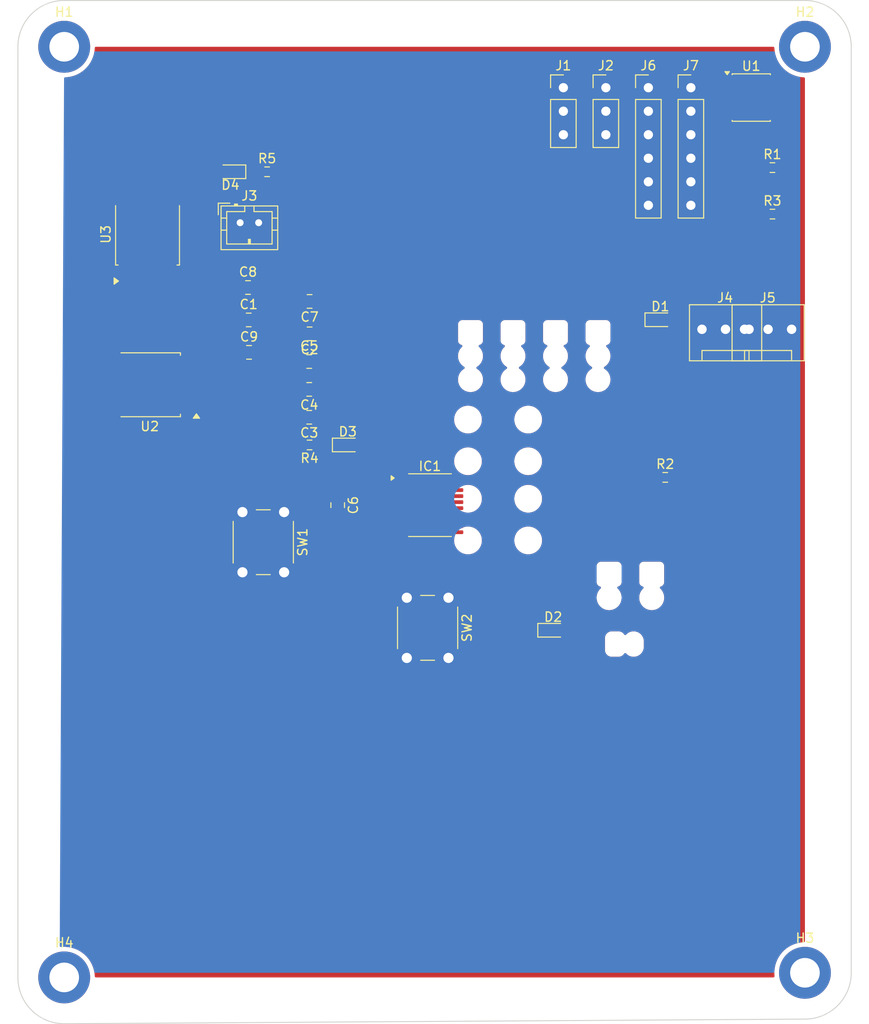
<source format=kicad_pcb>
(kicad_pcb (version 20241229) (generator "pcbnew") (generator_version "9.0")
  (layers (0 "F.Cu" signal) (2 "B.Cu" signal) (13 "F.Paste" user) (15 "B.Paste" user) (5 "F.SilkS" user "F.Silkscreen") (7 "B.SilkS" user "B.Silkscreen") (1 "F.Mask" user) (3 "B.Mask" user) (25 "Edge.Cuts" user))
  (net 0 "")
  (net 1 "ALIM_Trans")
  (net 2 "GND")
  (net 3 "VDD{slash}VDDA")
  (net 4 "NRST")
  (net 5 "Green_LED")
  (net 6 "Net-(D1-K)")
  (net 7 "LED_MOTEUR")
  (net 8 "Net-(D2-K)")
  (net 9 "Net-(D3-K)")
  (net 10 "Net-(D4-K)")
  (net 12 "TIM2_CH2")
  (net 13 "DEBUG_SWDIO")
  (net 16 "FDCAN1_RX")
  (net 19 "FDCAN1_TX")
  (net 20 "D_Botton")
  (net 21 "TIM2_CH1")
  (net 23 "DEBUG_SWCLK")
  (net 26 "CANH")
  (net 27 "CANL")
  (net 29 "Alim")
  (footprint "Resistor_SMD:R_0603_1608Metric_Pad0.98x0.95mm_HandSolder" (layer "F.Cu") (at 126.5 93 180)
    (property "Reference" "R4" (at 0 -1.43 0) (layer "F.SilkS"))
    (property "Value" "330")
    (fp_line (start -0.254724 0.5225) (end 0.254724 0.5225) (stroke (width 0.12)) (layer "F.SilkS"))
    (fp_line (start -0.254724 -0.5225) (end 0.254724 -0.5225) (stroke (width 0.12)) (layer "F.SilkS"))
    (pad "1" smd roundrect (at -0.9125 0 180) (size 0.975 0.95) (layers "F.Cu" "F.Mask" "F.Paste") (net 9 "Net-(D3-K)"))
    (pad "2" smd roundrect (at 0.9125 0 180) (size 0.975 0.95) (layers "F.Cu" "F.Mask" "F.Paste") (net 2 "GND"))
  )
  (footprint "MountingHole:MountingHole_3.2mm_M3_DIN965_Pad" (layer "F.Cu") (at 100 50)
    (property "Reference" "H1" (at 0 -3.75 0) (layer "F.SilkS"))
    (property "Value" "MountingHole_Pad")
    (pad "1" thru_hole circle (at 0 0) (size 5.6 5.6) (drill 3.2) (layers "*.Cu" "*.Mask") (net 2 "GND"))
  )
  (footprint "Resistor_SMD:R_0603_1608Metric_Pad0.98x0.95mm_HandSolder" (layer "F.Cu") (at 176.49 63.05)
    (property "Reference" "R1" (at 0 -1.43 0) (layer "F.SilkS"))
    (property "Value" "330")
    (fp_line (start -0.254724 -0.5225) (end 0.254724 -0.5225) (stroke (width 0.12)) (layer "F.SilkS"))
    (fp_line (start -0.254724 0.5225) (end 0.254724 0.5225) (stroke (width 0.12)) (layer "F.SilkS"))
    (pad "1" smd roundrect (at -0.9125 0) (size 0.975 0.95) (layers "F.Cu" "F.Mask" "F.Paste") (net 6 "Net-(D1-K)"))
    (pad "2" smd roundrect (at 0.9125 0) (size 0.975 0.95) (layers "F.Cu" "F.Mask" "F.Paste") (net 2 "GND"))
  )
  (footprint "Capacitor_SMD:C_0805_2012Metric_Pad1.18x1.45mm_HandSolder" (layer "F.Cu") (at 126.5 81 180)
    (property "Reference" "C2" (at 0 -1.68 0) (layer "F.SilkS"))
    (property "Value" "10µF")
    (fp_line (start -0.261252 0.735) (end 0.261252 0.735) (stroke (width 0.12)) (layer "F.SilkS"))
    (fp_line (start -0.261252 -0.735) (end 0.261252 -0.735) (stroke (width 0.12)) (layer "F.SilkS"))
    (pad "1" smd roundrect (at -1.0375 0 180) (size 1.175 1.45) (layers "F.Cu" "F.Mask" "F.Paste") (roundrect_rratio 0.212766) (net 3 "VDD{slash}VDDA"))
    (pad "2" smd roundrect (at 1.0375 0 180) (size 1.175 1.45) (layers "F.Cu" "F.Mask" "F.Paste") (roundrect_rratio 0.212766) (net 2 "GND"))
  )
  (footprint "Capacitor_SMD:C_0805_2012Metric_Pad1.18x1.45mm_HandSolder" (layer "F.Cu") (at 119.925 79.5)
    (property "Reference" "C1" (at 0 -1.68 0) (layer "F.SilkS"))
    (property "Value" "10µF")
    (fp_line (start -0.261252 -0.735) (end 0.261252 -0.735) (stroke (width 0.12)) (layer "F.SilkS"))
    (fp_line (start -0.261252 0.735) (end 0.261252 0.735) (stroke (width 0.12)) (layer "F.SilkS"))
    (pad "1" smd roundrect (at -1.0375 0) (size 1.175 1.45) (layers "F.Cu" "F.Mask" "F.Paste") (roundrect_rratio 0.212766) (net 29 "Alim"))
    (pad "2" smd roundrect (at 1.0375 0) (size 1.175 1.45) (layers "F.Cu" "F.Mask" "F.Paste") (roundrect_rratio 0.212766) (net 2 "GND"))
  )
  (footprint "Resistor_SMD:R_0603_1608Metric_Pad0.98x0.95mm_HandSolder" (layer "F.Cu") (at 164.9125 96.5)
    (property "Reference" "R2" (at 0 -1.43 0) (layer "F.SilkS"))
    (property "Value" "100")
    (fp_line (start -0.254724 -0.5225) (end 0.254724 -0.5225) (stroke (width 0.12)) (layer "F.SilkS"))
    (fp_line (start -0.254724 0.5225) (end 0.254724 0.5225) (stroke (width 0.12)) (layer "F.SilkS"))
    (pad "1" smd roundrect (at -0.9125 0) (size 0.975 0.95) (layers "F.Cu" "F.Mask" "F.Paste") (net 8 "Net-(D2-K)"))
    (pad "2" smd roundrect (at 0.9125 0) (size 0.975 0.95) (layers "F.Cu" "F.Mask" "F.Paste") (net 2 "GND"))
  )
  (footprint "Connector:FanPinHeader_1x03_P2.54mm_Vertical" (layer "F.Cu") (at 173.48 80.51)
    (property "Reference" "J5" (at 2.5 -3.4 0) (layer "F.SilkS"))
    (property "Value" "Conn_Laser2")
    (fp_line (start -1.35 -2.65) (end 6.45 -2.65) (stroke (width 0.12)) (layer "F.SilkS"))
    (fp_line (start -1.35 3.4) (end -1.35 -2.65) (stroke (width 0.12)) (layer "F.SilkS"))
    (fp_line (start 0 2.29) (end 5.08 2.29) (stroke (width 0.12)) (layer "F.SilkS"))
    (fp_line (start 0 3.3) (end 0 2.29) (stroke (width 0.12)) (layer "F.SilkS"))
    (fp_line (start 5.08 2.29) (end 5.08 3.3) (stroke (width 0.12)) (layer "F.SilkS"))
    (fp_line (start 6.45 -2.65) (end 6.45 3.4) (stroke (width 0.12)) (layer "F.SilkS"))
    (fp_line (start 6.45 3.4) (end -1.35 3.4) (stroke (width 0.12)) (layer "F.SilkS"))
    (pad "1" thru_hole rect (at 0 0 90) (size 2.03 1.73) (drill 1.02) (layers "*.Cu" "*.Mask") (net 3 "VDD{slash}VDDA"))
    (pad "2" thru_hole oval (at 2.54 0 90) (size 2.03 1.73) (drill 1.02) (layers "*.Cu" "*.Mask") (net 12 "TIM2_CH2"))
    (pad "3" thru_hole oval (at 5.08 0 90) (size 2.03 1.73) (drill 1.02) (layers "*.Cu" "*.Mask") (net 2 "GND"))
  )
  (footprint "MountingHole:MountingHole_3.2mm_M3_DIN965_Pad" (layer "F.Cu") (at 180 150)
    (property "Reference" "H3" (at 0 -3.75 0) (layer "F.SilkS"))
    (property "Value" "MountingHole_Pad")
    (pad "1" thru_hole circle (at 0 0) (size 5.6 5.6) (drill 3.2) (layers "*.Cu" "*.Mask") (net 2 "GND"))
  )
  (footprint "Diode_SMD:D_0603_1608Metric_Pad1.05x0.95mm_HandSolder" (layer "F.Cu") (at 117.95 63.5 180)
    (property "Reference" "D4" (at 0 -1.43 0) (layer "F.SilkS"))
    (property "Value" "LED_Trans")
    (fp_line (start 0.8 -0.735) (end -1.66 -0.735) (stroke (width 0.12)) (layer "F.SilkS"))
    (fp_line (start -1.66 0.735) (end 0.8 0.735) (stroke (width 0.12)) (layer "F.SilkS"))
    (fp_line (start -1.66 -0.735) (end -1.66 0.735) (stroke (width 0.12)) (layer "F.SilkS"))
    (pad "1" smd roundrect (at -0.875 0 180) (size 1.05 0.95) (layers "F.Cu" "F.Mask" "F.Paste") (net 10 "Net-(D4-K)"))
    (pad "2" smd roundrect (at 0.875 0 180) (size 1.05 0.95) (layers "F.Cu" "F.Mask" "F.Paste") (net 1 "ALIM_Trans"))
  )
  (footprint "Resistor_SMD:R_0603_1608Metric_Pad0.98x0.95mm_HandSolder" (layer "F.Cu") (at 176.49 68.07)
    (property "Reference" "R3" (at 0 -1.43 0) (layer "F.SilkS"))
    (property "Value" "120")
    (fp_line (start -0.254724 -0.5225) (end 0.254724 -0.5225) (stroke (width 0.12)) (layer "F.SilkS"))
    (fp_line (start -0.254724 0.5225) (end 0.254724 0.5225) (stroke (width 0.12)) (layer "F.SilkS"))
    (pad "1" smd roundrect (at -0.9125 0) (size 0.975 0.95) (layers "F.Cu" "F.Mask" "F.Paste") (net 26 "CANH"))
    (pad "2" smd roundrect (at 0.9125 0) (size 0.975 0.95) (layers "F.Cu" "F.Mask" "F.Paste") (net 27 "CANL"))
  )
  (footprint "Capacitor_SMD:C_0805_2012Metric_Pad1.18x1.45mm_HandSolder" (layer "F.Cu") (at 126.4625 83.99)
    (property "Reference" "C5" (at 0 -1.68 0) (layer "F.SilkS"))
    (property "Value" "100nF")
    (fp_line (start -0.261252 -0.735) (end 0.261252 -0.735) (stroke (width 0.12)) (layer "F.SilkS"))
    (fp_line (start -0.261252 0.735) (end 0.261252 0.735) (stroke (width 0.12)) (layer "F.SilkS"))
    (pad "1" smd roundrect (at -1.0375 0) (size 1.175 1.45) (layers "F.Cu" "F.Mask" "F.Paste") (roundrect_rratio 0.212766) (net 2 "GND"))
    (pad "2" smd roundrect (at 1.0375 0) (size 1.175 1.45) (layers "F.Cu" "F.Mask" "F.Paste") (roundrect_rratio 0.212766) (net 3 "VDD{slash}VDDA"))
  )
  (footprint "Capacitor_SMD:C_0805_2012Metric_Pad1.18x1.45mm_HandSolder" (layer "F.Cu") (at 119.9625 83)
    (property "Reference" "C9" (at 0 -1.68 0) (layer "F.SilkS"))
    (property "Value" "10µF")
    (fp_line (start -0.261252 -0.735) (end 0.261252 -0.735) (stroke (width 0.12)) (layer "F.SilkS"))
    (fp_line (start -0.261252 0.735) (end 0.261252 0.735) (stroke (width 0.12)) (layer "F.SilkS"))
    (pad "1" smd roundrect (at -1.0375 0) (size 1.175 1.45) (layers "F.Cu" "F.Mask" "F.Paste") (roundrect_rratio 0.212766) (net 1 "ALIM_Trans"))
    (pad "2" smd roundrect (at 1.0375 0) (size 1.175 1.45) (layers "F.Cu" "F.Mask" "F.Paste") (roundrect_rratio 0.212766) (net 2 "GND"))
  )
  (footprint "Package_SO:SOIC-8_3.9x4.9mm_P1.27mm" (layer "F.Cu") (at 174.2 55.485)
    (property "Reference" "U1" (at 0 -3.4 0) (layer "F.SilkS"))
    (property "Value" "MCP2562-E-SN")
    (fp_line (start -2.06 -2.56) (end 2.06 -2.56) (stroke (width 0.12)) (layer "F.SilkS"))
    (fp_line (start -2.06 -2.465) (end -2.06 -2.56) (stroke (width 0.12)) (layer "F.SilkS"))
    (fp_line (start -2.06 2.56) (end -2.06 2.465) (stroke (width 0.12)) (layer "F.SilkS"))
    (fp_line (start 2.06 -2.56) (end 2.06 -2.465) (stroke (width 0.12)) (layer "F.SilkS"))
    (fp_line (start 2.06 2.465) (end 2.06 2.56) (stroke (width 0.12)) (layer "F.SilkS"))
    (fp_line (start 2.06 2.56) (end -2.06 2.56) (stroke (width 0.12)) (layer "F.SilkS"))
    (fp_poly (pts (xy -2.6 -2.47) (xy -2.84 -2.8) (xy -2.36 -2.8)) (stroke (width 0.12)) (fill yes) (layer "F.SilkS"))
    (pad "1" smd roundrect (at -2.475 -1.905) (size 1.95 0.6) (layers "F.Cu" "F.Mask" "F.Paste") (net 19 "FDCAN1_TX"))
    (pad "2" smd roundrect (at -2.475 -0.635) (size 1.95 0.6) (layers "F.Cu" "F.Mask" "F.Paste") (net 2 "GND"))
    (pad "3" smd roundrect (at -2.475 0.635) (size 1.95 0.6) (layers "F.Cu" "F.Mask" "F.Paste") (net 1 "ALIM_Trans"))
    (pad "4" smd roundrect (at -2.475 1.905) (size 1.95 0.6) (layers "F.Cu" "F.Mask" "F.Paste") (net 16 "FDCAN1_RX"))
    (pad "5" smd roundrect (at 2.475 1.905) (size 1.95 0.6) (layers "F.Cu" "F.Mask" "F.Paste") (net 3 "VDD{slash}VDDA"))
    (pad "6" smd roundrect (at 2.475 0.635) (size 1.95 0.6) (layers "F.Cu" "F.Mask" "F.Paste") (net 27 "CANL"))
    (pad "7" smd roundrect (at 2.475 -0.635) (size 1.95 0.6) (layers "F.Cu" "F.Mask" "F.Paste") (net 26 "CANH"))
    (pad "8" smd roundrect (at 2.475 -1.905) (size 1.95 0.6) (layers "F.Cu" "F.Mask" "F.Paste") (net 2 "GND"))
  )
  (footprint "Diode_SMD:D_0603_1608Metric_Pad1.05x0.95mm_HandSolder" (layer "F.Cu") (at 164.385 79.48)
    (property "Reference" "D1" (at 0 -1.43 0) (layer "F.SilkS"))
    (property "Value" "Green_LED")
    (fp_line (start -1.66 -0.735) (end -1.66 0.735) (stroke (width 0.12)) (layer "F.SilkS"))
    (fp_line (start -1.66 0.735) (end 0.8 0.735) (stroke (width 0.12)) (layer "F.SilkS"))
    (fp_line (start 0.8 -0.735) (end -1.66 -0.735) (stroke (width 0.12)) (layer "F.SilkS"))
    (pad "1" smd roundrect (at -0.875 0) (size 1.05 0.95) (layers "F.Cu" "F.Mask" "F.Paste") (net 6 "Net-(D1-K)"))
    (pad "2" smd roundrect (at 0.875 0) (size 1.05 0.95) (layers "F.Cu" "F.Mask" "F.Paste") (net 5 "Green_LED"))
  )
  (footprint "Resistor_SMD:R_0603_1608Metric_Pad0.98x0.95mm_HandSolder" (layer "F.Cu") (at 121.9125 63.5)
    (property "Reference" "R5" (at 0 -1.43 0) (layer "F.SilkS"))
    (property "Value" "330")
    (fp_line (start -0.254724 -0.5225) (end 0.254724 -0.5225) (stroke (width 0.12)) (layer "F.SilkS"))
    (fp_line (start -0.254724 0.5225) (end 0.254724 0.5225) (stroke (width 0.12)) (layer "F.SilkS"))
    (pad "1" smd roundrect (at -0.9125 0) (size 0.975 0.95) (layers "F.Cu" "F.Mask" "F.Paste") (net 10 "Net-(D4-K)"))
    (pad "2" smd roundrect (at 0.9125 0) (size 0.975 0.95) (layers "F.Cu" "F.Mask" "F.Paste") (net 2 "GND"))
  )
  (footprint "Diode_SMD:D_0603_1608Metric_Pad1.05x0.95mm_HandSolder" (layer "F.Cu") (at 130.625 93)
    (property "Reference" "D3" (at 0 -1.43 0) (layer "F.SilkS"))
    (property "Value" "LED_Alim")
    (fp_line (start -1.66 -0.735) (end -1.66 0.735) (stroke (width 0.12)) (layer "F.SilkS"))
    (fp_line (start -1.66 0.735) (end 0.8 0.735) (stroke (width 0.12)) (layer "F.SilkS"))
    (fp_line (start 0.8 -0.735) (end -1.66 -0.735) (stroke (width 0.12)) (layer "F.SilkS"))
    (pad "1" smd roundrect (at -0.875 0) (size 1.05 0.95) (layers "F.Cu" "F.Mask" "F.Paste") (net 9 "Net-(D3-K)"))
    (pad "2" smd roundrect (at 0.875 0) (size 1.05 0.95) (layers "F.Cu" "F.Mask" "F.Paste") (net 3 "VDD{slash}VDDA"))
  )
  (footprint "Connector_PinHeader_2.54mm:PinHeader_1x03_P2.54mm_Vertical" (layer "F.Cu") (at 153.91 54.42)
    (property "Reference" "J1" (at 0 -2.38 0) (layer "F.SilkS"))
    (property "Value" "Conn_01x03_Pin")
    (fp_line (start -1.38 -1.38) (end 0 -1.38) (stroke (width 0.12)) (layer "F.SilkS"))
    (fp_line (start -1.38 0) (end -1.38 -1.38) (stroke (width 0.12)) (layer "F.SilkS"))
    (fp_line (start -1.38 1.27) (end -1.38 6.46) (stroke (width 0.12)) (layer "F.SilkS"))
    (fp_line (start -1.38 1.27) (end 1.38 1.27) (stroke (width 0.12)) (layer "F.SilkS"))
    (fp_line (start -1.38 6.46) (end 1.38 6.46) (stroke (width 0.12)) (layer "F.SilkS"))
    (fp_line (start 1.38 1.27) (end 1.38 6.46) (stroke (width 0.12)) (layer "F.SilkS"))
    (pad "1" thru_hole rect (at 0 0) (size 1.7 1.7) (drill 1) (layers "*.Cu" "*.Mask") (net 26 "CANH"))
    (pad "2" thru_hole circle (at 0 2.54) (size 1.7 1.7) (drill 1) (layers "*.Cu" "*.Mask") (net 2 "GND"))
    (pad "3" thru_hole circle (at 0 5.08) (size 1.7 1.7) (drill 1) (layers "*.Cu" "*.Mask") (net 27 "CANL"))
  )
  (footprint "Capacitor_SMD:C_0805_2012Metric_Pad1.18x1.45mm_HandSolder" (layer "F.Cu") (at 126.5 77.5 180)
    (property "Reference" "C7" (at 0 -1.68 0) (layer "F.SilkS"))
    (property "Value" "100nF")
    (fp_line (start -0.261252 0.735) (end 0.261252 0.735) (stroke (width 0.12)) (layer "F.SilkS"))
    (fp_line (start -0.261252 -0.735) (end 0.261252 -0.735) (stroke (width 0.12)) (layer "F.SilkS"))
    (pad "1" smd roundrect (at -1.0375 0 180) (size 1.175 1.45) (layers "F.Cu" "F.Mask" "F.Paste") (roundrect_rratio 0.212766) (net 3 "VDD{slash}VDDA"))
    (pad "2" smd roundrect (at 1.0375 0 180) (size 1.175 1.45) (layers "F.Cu" "F.Mask" "F.Paste") (roundrect_rratio 0.212766) (net 2 "GND"))
  )
  (footprint "Connector_PinHeader_2.54mm:PinHeader_1x06_P2.54mm_Vertical" (layer "F.Cu") (at 163.09 54.42)
    (property "Reference" "J6" (at 0 -2.38 0) (layer "F.SilkS"))
    (property "Value" "Conn_01x06_Pin")
    (fp_line (start -1.38 -1.38) (end 0 -1.38) (stroke (width 0.12)) (layer "F.SilkS"))
    (fp_line (start -1.38 0) (end -1.38 -1.38) (stroke (width 0.12)) (layer "F.SilkS"))
    (fp_line (start -1.38 1.27) (end -1.38 14.08) (stroke (width 0.12)) (layer "F.SilkS"))
    (fp_line (start -1.38 1.27) (end 1.38 1.27) (stroke (width 0.12)) (layer "F.SilkS"))
    (fp_line (start -1.38 14.08) (end 1.38 14.08) (stroke (width 0.12)) (layer "F.SilkS"))
    (fp_line (start 1.38 1.27) (end 1.38 14.08) (stroke (width 0.12)) (layer "F.SilkS"))
    (pad "1" thru_hole rect (at 0 0) (size 1.7 1.7) (drill 1) (layers "*.Cu" "*.Mask") (net 3 "VDD{slash}VDDA"))
    (pad "2" thru_hole circle (at 0 2.54) (size 1.7 1.7) (drill 1) (layers "*.Cu" "*.Mask") (net 23 "DEBUG_SWCLK"))
    (pad "3" thru_hole circle (at 0 5.08) (size 1.7 1.7) (drill 1) (layers "*.Cu" "*.Mask") (net 2 "GND"))
    (pad "4" thru_hole circle (at 0 7.62) (size 1.7 1.7) (drill 1) (layers "*.Cu" "*.Mask") (net 13 "DEBUG_SWDIO"))
    (pad "5" thru_hole circle (at 0 10.16) (size 1.7 1.7) (drill 1) (layers "*.Cu" "*.Mask") (net 4 "NRST"))
    (pad "6" thru_hole circle (at 0 12.7) (size 1.7 1.7) (drill 1) (layers "*.Cu" "*.Mask"))
  )
  (footprint "Package_TO_SOT_SMD:TO-252-3_TabPin2" (layer "F.Cu") (at 109.24 86.5 180)
    (property "Reference" "U2" (at 0 -4.5 0) (layer "F.SilkS"))
    (property "Value" "LM1117DT-3.3")
    (fp_line (start 3.11 3.45) (end -3.31 3.45) (stroke (width 0.12)) (layer "F.SilkS"))
    (fp_line (start 3.11 -3.45) (end -3.31 -3.45) (stroke (width 0.12)) (layer "F.SilkS"))
    (fp_line (start -3.31 3.45) (end -3.31 3.18) (stroke (width 0.12)) (layer "F.SilkS"))
    (fp_line (start -3.31 -3.45) (end -3.31 -3.18) (stroke (width 0.12)) (layer "F.SilkS"))
    (fp_poly (pts (xy -5.04 -3.14) (xy -5.38 -3.61) (xy -4.7 -3.61)) (stroke (width 0.12)) (fill yes) (layer "F.SilkS"))
    (pad "1" smd roundrect (at -5.04 -2.28 180) (size 2.2 1.2) (layers "F.Cu" "F.Mask" "F.Paste") (roundrect_rratio 0.208333) (net 2 "GND"))
    (pad "2" smd roundrect (at -5.04 0 180) (size 2.2 1.2) (layers "F.Cu" "F.Mask" "F.Paste") (roundrect_rratio 0.208333) (net 3 "VDD{slash}VDDA"))
    (pad "2" smd roundrect (at 1.26 0 180) (size 6.4 5.8) (layers "F.Cu" "F.Mask") (roundrect_rratio 0.043103) (net 3 "VDD{slash}VDDA"))
    (pad "3" smd roundrect (at -5.04 2.28 180) (size 2.2 1.2) (layers "F.Cu" "F.Mask" "F.Paste") (roundrect_rratio 0.208333) (net 29 "Alim"))
  )
  (footprint "Package_SO:TSSOP-20_4.4x6.5mm_P0.65mm" (layer "F.Cu") (at 139.5 99.5)
    (property "Reference" "IC1" (at 0 -4.2 0) (layer "F.SilkS"))
    (property "Value" "STM32C092FCP6")
    (fp_line (start -2.31 -3.385) (end 2.31 -3.385) (stroke (width 0.12)) (layer "F.SilkS"))
    (fp_line (start 2.31 3.385) (end -2.31 3.385) (stroke (width 0.12)) (layer "F.SilkS"))
    (fp_poly (pts (xy -3.86 -2.93) (xy -4.19 -2.69) (xy -4.19 -3.17)) (stroke (width 0.12)) (fill yes) (layer "F.SilkS"))
    (pad "1" smd roundrect (at -2.8625 -2.925) (size 1.475 0.4) (layers "F.Cu" "F.Mask" "F.Paste"))
    (pad "2" smd roundrect (at -2.8625 -2.275) (size 1.475 0.4) (layers "F.Cu" "F.Mask" "F.Paste"))
    (pad "3" smd roundrect (at -2.8625 -1.625) (size 1.475 0.4) (layers "F.Cu" "F.Mask" "F.Paste"))
    (pad "4" smd roundrect (at -2.8625 -0.975) (size 1.475 0.4) (layers "F.Cu" "F.Mask" "F.Paste") (net 3 "VDD{slash}VDDA"))
    (pad "5" smd roundrect (at -2.8625 -0.325) (size 1.475 0.4) (layers "F.Cu" "F.Mask" "F.Paste") (net 2 "GND"))
    (pad "6" smd roundrect (at -2.8625 0.325) (size 1.475 0.4) (layers "F.Cu" "F.Mask" "F.Paste") (net 4 "NRST"))
    (pad "7" smd roundrect (at -2.8625 0.975) (size 1.475 0.4) (layers "F.Cu" "F.Mask" "F.Paste") (net 21 "TIM2_CH1"))
    (pad "8" smd roundrect (at -2.8625 1.625) (size 1.475 0.4) (layers "F.Cu" "F.Mask" "F.Paste") (net 12 "TIM2_CH2"))
    (pad "9" smd roundrect (at -2.8625 2.275) (size 1.475 0.4) (layers "F.Cu" "F.Mask" "F.Paste"))
    (pad "10" smd roundrect (at -2.8625 2.925) (size 1.475 0.4) (layers "F.Cu" "F.Mask" "F.Paste"))
    (pad "11" smd roundrect (at 2.8625 2.925) (size 1.475 0.4) (layers "F.Cu" "F.Mask" "F.Paste") (net 20 "D_Botton"))
    (pad "12" smd roundrect (at 2.8625 2.275) (size 1.475 0.4) (layers "F.Cu" "F.Mask" "F.Paste") (net 7 "LED_MOTEUR"))
    (pad "13" smd roundrect (at 2.8625 1.625) (size 1.475 0.4) (layers "F.Cu" "F.Mask" "F.Paste"))
    (pad "14" smd roundrect (at 2.8625 0.975) (size 1.475 0.4) (layers "F.Cu" "F.Mask" "F.Paste"))
    (pad "15" smd roundrect (at 2.8625 0.325) (size 1.475 0.4) (layers "F.Cu" "F.Mask" "F.Paste") (net 16 "FDCAN1_RX"))
    (pad "16" smd roundrect (at 2.8625 -0.325) (size 1.475 0.4) (layers "F.Cu" "F.Mask" "F.Paste") (net 5 "Green_LED"))
    (pad "17" smd roundrect (at 2.8625 -0.975) (size 1.475 0.4) (layers "F.Cu" "F.Mask" "F.Paste"))
    (pad "18" smd roundrect (at 2.8625 -1.625) (size 1.475 0.4) (layers "F.Cu" "F.Mask" "F.Paste") (net 13 "DEBUG_SWDIO"))
    (pad "19" smd roundrect (at 2.8625 -2.275) (size 1.475 0.4) (layers "F.Cu" "F.Mask" "F.Paste") (net 23 "DEBUG_SWCLK"))
    (pad "20" smd roundrect (at 2.8625 -2.925) (size 1.475 0.4) (layers "F.Cu" "F.Mask" "F.Paste") (net 19 "FDCAN1_TX"))
  )
  (footprint "Connector:FanPinHeader_1x03_P2.54mm_Vertical" (layer "F.Cu") (at 168.88 80.51)
    (property "Reference" "J4" (at 2.5 -3.4 0) (layer "F.SilkS"))
    (property "Value" "Conn_Laser1")
    (fp_line (start -1.35 -2.65) (end 6.45 -2.65) (stroke (width 0.12)) (layer "F.SilkS"))
    (fp_line (start -1.35 3.4) (end -1.35 -2.65) (stroke (width 0.12)) (layer "F.SilkS"))
    (fp_line (start 0 2.29) (end 5.08 2.29) (stroke (width 0.12)) (layer "F.SilkS"))
    (fp_line (start 0 3.3) (end 0 2.29) (stroke (width 0.12)) (layer "F.SilkS"))
    (fp_line (start 5.08 2.29) (end 5.08 3.3) (stroke (width 0.12)) (layer "F.SilkS"))
    (fp_line (start 6.45 -2.65) (end 6.45 3.4) (stroke (width 0.12)) (layer "F.SilkS"))
    (fp_line (start 6.45 3.4) (end -1.35 3.4) (stroke (width 0.12)) (layer "F.SilkS"))
    (pad "1" thru_hole rect (at 0 0 90) (size 2.03 1.73) (drill 1.02) (layers "*.Cu" "*.Mask") (net 3 "VDD{slash}VDDA"))
    (pad "2" thru_hole oval (at 2.54 0 90) (size 2.03 1.73) (drill 1.02) (layers "*.Cu" "*.Mask") (net 21 "TIM2_CH1"))
    (pad "3" thru_hole oval (at 5.08 0 90) (size 2.03 1.73) (drill 1.02) (layers "*.Cu" "*.Mask") (net 2 "GND"))
  )
  (footprint "Capacitor_SMD:C_0805_2012Metric_Pad1.18x1.45mm_HandSolder" (layer "F.Cu") (at 129.5375 99.5 -90)
    (property "Reference" "C6" (at 0 -1.68 90) (layer "F.SilkS"))
    (property "Value" "100nF")
    (fp_line (start -0.261252 0.735) (end 0.261252 0.735) (stroke (width 0.12)) (layer "F.SilkS"))
    (fp_line (start -0.261252 -0.735) (end 0.261252 -0.735) (stroke (width 0.12)) (layer "F.SilkS"))
    (pad "1" smd roundrect (at -1.0375 0 270) (size 1.175 1.45) (layers "F.Cu" "F.Mask" "F.Paste") (roundrect_rratio 0.212766) (net 2 "GND"))
    (pad "2" smd roundrect (at 1.0375 0 270) (size 1.175 1.45) (layers "F.Cu" "F.Mask" "F.Paste") (roundrect_rratio 0.212766) (net 4 "NRST"))
  )
  (footprint "Connector_JST:JST_PH_B2B-PH-K_1x02_P2.00mm_Vertical" (layer "F.Cu") (at 119 69)
    (property "Reference" "J3" (at 1 -2.9 0) (layer "F.SilkS"))
    (property "Value" "Conn_Alim")
    (fp_line (start -2.36 -2.11) (end -2.36 -0.86) (stroke (width 0.12)) (layer "F.SilkS"))
    (fp_line (start -2.06 -0.5) (end -1.45 -0.5) (stroke (width 0.12)) (layer "F.SilkS"))
    (fp_line (start -2.06 0.8) (end -1.45 0.8) (stroke (width 0.12)) (layer "F.SilkS"))
    (fp_line (start -1.45 -1.2) (end -1.45 2.3) (stroke (width 0.12)) (layer "F.SilkS"))
    (fp_line (start -1.45 2.3) (end 3.45 2.3) (stroke (width 0.12)) (layer "F.SilkS"))
    (fp_line (start -1.11 -2.11) (end -2.36 -2.11) (stroke (width 0.12)) (layer "F.SilkS"))
    (fp_line (start -0.6 -2.01) (end -0.6 -1.81) (stroke (width 0.12)) (layer "F.SilkS"))
    (fp_line (start -0.3 -2.01) (end -0.6 -2.01) (stroke (width 0.12)) (layer "F.SilkS"))
    (fp_line (start -0.3 -1.91) (end -0.6 -1.91) (stroke (width 0.12)) (layer "F.SilkS"))
    (fp_line (start -0.3 -1.81) (end -0.3 -2.01) (stroke (width 0.12)) (layer "F.SilkS"))
    (fp_line (start 0.5 -1.81) (end 0.5 -1.2) (stroke (width 0.12)) (layer "F.SilkS"))
    (fp_line (start 0.5 -1.2) (end -1.45 -1.2) (stroke (width 0.12)) (layer "F.SilkS"))
    (fp_line (start 0.9 1.8) (end 1.1 1.8) (stroke (width 0.12)) (layer "F.SilkS"))
    (fp_line (start 0.9 2.3) (end 0.9 1.8) (stroke (width 0.12)) (layer "F.SilkS"))
    (fp_line (start 1 2.3) (end 1 1.8) (stroke (width 0.12)) (layer "F.SilkS"))
    (fp_line (start 1.1 1.8) (end 1.1 2.3) (stroke (width 0.12)) (layer "F.SilkS"))
    (fp_line (start 1.5 -1.2) (end 1.5 -1.81) (stroke (width 0.12)) (layer "F.SilkS"))
    (fp_line (start 3.45 -1.2) (end 1.5 -1.2) (stroke (width 0.12)) (layer "F.SilkS"))
    (fp_line (start 3.45 2.3) (end 3.45 -1.2) (stroke (width 0.12)) (layer "F.SilkS"))
    (fp_line (start 4.06 -0.5) (end 3.45 -0.5) (stroke (width 0.12)) (layer "F.SilkS"))
    (fp_line (start 4.06 0.8) (end 3.45 0.8) (stroke (width 0.12)) (layer "F.SilkS"))
    (fp_rect (start -2.06 -1.81) (end 4.06 2.91) (stroke (width 0.12)) (fill no) (layer "F.SilkS"))
    (pad "1" thru_hole roundrect (at 0 0) (size 1.2 1.75) (drill 0.75) (layers "*.Cu" "*.Mask") (roundrect_rratio 0.208333) (net 29 "Alim"))
    (pad "2" thru_hole oval (at 2 0) (size 1.2 1.75) (drill 0.75) (layers "*.Cu" "*.Mask") (net 2 "GND"))
  )
  (footprint "Capacitor_SMD:C_0805_2012Metric_Pad1.18x1.45mm_HandSolder" (layer "F.Cu") (at 126.4625 87 180)
    (property "Reference" "C4" (at 0 -1.68 0) (layer "F.SilkS"))
    (property "Value" "100nF")
    (fp_line (start -0.261252 0.735) (end 0.261252 0.735) (stroke (width 0.12)) (layer "F.SilkS"))
    (fp_line (start -0.261252 -0.735) (end 0.261252 -0.735) (stroke (width 0.12)) (layer "F.SilkS"))
    (pad "1" smd roundrect (at -1.0375 0 180) (size 1.175 1.45) (layers "F.Cu" "F.Mask" "F.Paste") (roundrect_rratio 0.212766) (net 3 "VDD{slash}VDDA"))
    (pad "2" smd roundrect (at 1.0375 0 180) (size 1.175 1.45) (layers "F.Cu" "F.Mask" "F.Paste") (roundrect_rratio 0.212766) (net 2 "GND"))
  )
  (footprint "Diode_SMD:D_0603_1608Metric_Pad1.05x0.95mm_HandSolder" (layer "F.Cu") (at 152.8075 113.01)
    (property "Reference" "D2" (at 0 -1.43 0) (layer "F.SilkS"))
    (property "Value" "Blue_LED")
    (fp_line (start -1.66 -0.735) (end -1.66 0.735) (stroke (width 0.12)) (layer "F.SilkS"))
    (fp_line (start -1.66 0.735) (end 0.8 0.735) (stroke (width 0.12)) (layer "F.SilkS"))
    (fp_line (start 0.8 -0.735) (end -1.66 -0.735) (stroke (width 0.12)) (layer "F.SilkS"))
    (pad "1" smd roundrect (at -0.875 0) (size 1.05 0.95) (layers "F.Cu" "F.Mask" "F.Paste") (net 8 "Net-(D2-K)"))
    (pad "2" smd roundrect (at 0.875 0) (size 1.05 0.95) (layers "F.Cu" "F.Mask" "F.Paste") (net 7 "LED_MOTEUR"))
  )
  (footprint "Button_Switch_THT:SW_PUSH_6mm" (layer "F.Cu") (at 141.5 109.5 -90)
    (property "Reference" "SW2" (at 3.25 -2 90) (layer "F.SilkS"))
    (property "Value" "Debug_Botton")
    (fp_line (start 1 5.5) (end 5.5 5.5) (stroke (width 0.12)) (layer "F.SilkS"))
    (fp_line (start 6.75 3) (end 6.75 1.5) (stroke (width 0.12)) (layer "F.SilkS"))
    (fp_line (start -0.25 1.5) (end -0.25 3) (stroke (width 0.12)) (layer "F.SilkS"))
    (fp_line (start 5.5 -1) (end 1 -1) (stroke (width 0.12)) (layer "F.SilkS"))
    (pad "1" thru_hole circle (at 0 0) (size 2 2) (drill 1.1) (layers "*.Cu" "*.Mask") (net 20 "D_Botton"))
    (pad "1" thru_hole circle (at 6.5 0) (size 2 2) (drill 1.1) (layers "*.Cu" "*.Mask") (net 20 "D_Botton"))
    (pad "2" thru_hole circle (at 0 4.5) (size 2 2) (drill 1.1) (layers "*.Cu" "*.Mask") (net 2 "GND"))
    (pad "2" thru_hole circle (at 6.5 4.5) (size 2 2) (drill 1.1) (layers "*.Cu" "*.Mask") (net 2 "GND"))
  )
  (footprint "Connector_PinHeader_2.54mm:PinHeader_1x03_P2.54mm_Vertical" (layer "F.Cu") (at 158.5 54.42)
    (property "Reference" "J2" (at 0 -2.38 0) (layer "F.SilkS"))
    (property "Value" "Conn_01x03_Pin")
    (fp_line (start -1.38 -1.38) (end 0 -1.38) (stroke (width 0.12)) (layer "F.SilkS"))
    (fp_line (start -1.38 0) (end -1.38 -1.38) (stroke (width 0.12)) (layer "F.SilkS"))
    (fp_line (start -1.38 1.27) (end -1.38 6.46) (stroke (width 0.12)) (layer "F.SilkS"))
    (fp_line (start -1.38 1.27) (end 1.38 1.27) (stroke (width 0.12)) (layer "F.SilkS"))
    (fp_line (start -1.38 6.46) (end 1.38 6.46) (stroke (width 0.12)) (layer "F.SilkS"))
    (fp_line (start 1.38 1.27) (end 1.38 6.46) (stroke (width 0.12)) (layer "F.SilkS"))
    (pad "1" thru_hole rect (at 0 0) (size 1.7 1.7) (drill 1) (layers "*.Cu" "*.Mask") (net 26 "CANH"))
    (pad "2" thru_hole circle (at 0 2.54) (size 1.7 1.7) (drill 1) (layers "*.Cu" "*.Mask") (net 2 "GND"))
    (pad "3" thru_hole circle (at 0 5.08) (size 1.7 1.7) (drill 1) (layers "*.Cu" "*.Mask") (net 27 "CANL"))
  )
  (footprint "Capacitor_SMD:C_0805_2012Metric_Pad1.18x1.45mm_HandSolder" (layer "F.Cu") (at 119.85 76)
    (property "Reference" "C8" (at 0 -1.68 0) (layer "F.SilkS"))
    (property "Value" "10µF")
    (fp_line (start -0.261252 -0.735) (end 0.261252 -0.735) (stroke (width 0.12)) (layer "F.SilkS"))
    (fp_line (start -0.261252 0.735) (end 0.261252 0.735) (stroke (width 0.12)) (layer "F.SilkS"))
    (pad "1" smd roundrect (at -1.0375 0) (size 1.175 1.45) (layers "F.Cu" "F.Mask" "F.Paste") (roundrect_rratio 0.212766) (net 29 "Alim"))
    (pad "2" smd roundrect (at 1.0375 0) (size 1.175 1.45) (layers "F.Cu" "F.Mask" "F.Paste") (roundrect_rratio 0.212766) (net 2 "GND"))
  )
  (footprint "Connector_PinHeader_2.54mm:PinHeader_1x06_P2.54mm_Vertical" (layer "F.Cu") (at 167.68 54.42)
    (property "Reference" "J7" (at 0 -2.38 0) (layer "F.SilkS"))
    (property "Value" "Conn_01x06_Pin")
    (fp_line (start -1.38 -1.38) (end 0 -1.38) (stroke (width 0.12)) (layer "F.SilkS"))
    (fp_line (start -1.38 0) (end -1.38 -1.38) (stroke (width 0.12)) (layer "F.SilkS"))
    (fp_line (start -1.38 1.27) (end -1.38 14.08) (stroke (width 0.12)) (layer "F.SilkS"))
    (fp_line (start -1.38 1.27) (end 1.38 1.27) (stroke (width 0.12)) (layer "F.SilkS"))
    (fp_line (start -1.38 14.08) (end 1.38 14.08) (stroke (width 0.12)) (layer "F.SilkS"))
    (fp_line (start 1.38 1.27) (end 1.38 14.08) (stroke (width 0.12)) (layer "F.SilkS"))
    (pad "1" thru_hole rect (at 0 0) (size 1.7 1.7) (drill 1) (layers "*.Cu" "*.Mask"))
    (pad "2" thru_hole circle (at 0 2.54) (size 1.7 1.7) (drill 1) (layers "*.Cu" "*.Mask") (net 2 "GND"))
    (pad "3" thru_hole circle (at 0 5.08) (size 1.7 1.7) (drill 1) (layers "*.Cu" "*.Mask") (net 21 "TIM2_CH1"))
    (pad "4" thru_hole circle (at 0 7.62) (size 1.7 1.7) (drill 1) (layers "*.Cu" "*.Mask") (net 12 "TIM2_CH2"))
    (pad "5" thru_hole circle (at 0 10.16) (size 1.7 1.7) (drill 1) (layers "*.Cu" "*.Mask") (net 3 "VDD{slash}VDDA"))
    (pad "6" thru_hole circle (at 0 12.7) (size 1.7 1.7) (drill 1) (layers "*.Cu" "*.Mask"))
  )
  (footprint "Capacitor_SMD:C_0805_2012Metric_Pad1.18x1.45mm_HandSolder" (layer "F.Cu") (at 126.4625 90.01 180)
    (property "Reference" "C3" (at 0 -1.68 0) (layer "F.SilkS"))
    (property "Value" "4.7µF")
    (fp_line (start -0.261252 0.735) (end 0.261252 0.735) (stroke (width 0.12)) (layer "F.SilkS"))
    (fp_line (start -0.261252 -0.735) (end 0.261252 -0.735) (stroke (width 0.12)) (layer "F.SilkS"))
    (pad "1" smd roundrect (at -1.0375 0 180) (size 1.175 1.45) (layers "F.Cu" "F.Mask" "F.Paste") (roundrect_rratio 0.212766) (net 3 "VDD{slash}VDDA"))
    (pad "2" smd roundrect (at 1.0375 0 180) (size 1.175 1.45) (layers "F.Cu" "F.Mask" "F.Paste") (roundrect_rratio 0.212766) (net 2 "GND"))
  )
  (footprint "Package_TO_SOT_SMD:TO-252-3_TabPin2" (layer "F.Cu") (at 109 70.26 90)
    (property "Reference" "U3" (at 0 -4.5 90) (layer "F.SilkS"))
    (property "Value" "LM1117DT-5.0")
    (fp_line (start 3.11 -3.45) (end -3.31 -3.45) (stroke (width 0.12)) (layer "F.SilkS"))
    (fp_line (start -3.31 -3.45) (end -3.31 -3.18) (stroke (width 0.12)) (layer "F.SilkS"))
    (fp_line (start 3.11 3.45) (end -3.31 3.45) (stroke (width 0.12)) (layer "F.SilkS"))
    (fp_line (start -3.31 3.45) (end -3.31 3.18) (stroke (width 0.12)) (layer "F.SilkS"))
    (fp_poly (pts (xy -5.04 -3.14) (xy -5.38 -3.61) (xy -4.7 -3.61)) (stroke (width 0.12)) (fill yes) (layer "F.SilkS"))
    (pad "1" smd roundrect (at -5.04 -2.28 90) (size 2.2 1.2) (layers "F.Cu" "F.Mask" "F.Paste") (roundrect_rratio 0.208333) (net 2 "GND"))
    (pad "2" smd roundrect (at -5.04 0 90) (size 2.2 1.2) (layers "F.Cu" "F.Mask" "F.Paste") (roundrect_rratio 0.208333) (net 1 "ALIM_Trans"))
    (pad "2" smd roundrect (at 1.26 0 90) (size 6.4 5.8) (layers "F.Cu" "F.Mask") (roundrect_rratio 0.043103) (net 1 "ALIM_Trans"))
    (pad "3" smd roundrect (at -5.04 2.28 90) (size 2.2 1.2) (layers "F.Cu" "F.Mask" "F.Paste") (roundrect_rratio 0.208333) (net 29 "Alim"))
  )
  (footprint "MountingHole:MountingHole_3.2mm_M3_DIN965_Pad" (layer "F.Cu") (at 180 50)
    (property "Reference" "H2" (at 0 -3.75 0) (layer "F.SilkS"))
    (property "Value" "MountingHole_Pad")
    (pad "1" thru_hole circle (at 0 0) (size 5.6 5.6) (drill 3.2) (layers "*.Cu" "*.Mask") (net 2 "GND"))
  )
  (footprint "MountingHole:MountingHole_3.2mm_M3_DIN965_Pad" (layer "F.Cu") (at 100 150.5)
    (property "Reference" "H4" (at 0 -3.75 0) (layer "F.SilkS"))
    (property "Value" "MountingHole_Pad")
    (pad "1" thru_hole circle (at 0 0) (size 5.6 5.6) (drill 3.2) (layers "*.Cu" "*.Mask") (net 2 "GND"))
  )
  (footprint "Button_Switch_THT:SW_PUSH_6mm" (layer "F.Cu") (at 123.75 100.25 -90)
    (property "Reference" "SW1" (at 3.25 -2 90) (layer "F.SilkS"))
    (property "Value" "Reset_Botton")
    (fp_line (start 1 5.5) (end 5.5 5.5) (stroke (width 0.12)) (layer "F.SilkS"))
    (fp_line (start 6.75 3) (end 6.75 1.5) (stroke (width 0.12)) (layer "F.SilkS"))
    (fp_line (start -0.25 1.5) (end -0.25 3) (stroke (width 0.12)) (layer "F.SilkS"))
    (fp_line (start 5.5 -1) (end 1 -1) (stroke (width 0.12)) (layer "F.SilkS"))
    (pad "1" thru_hole circle (at 0 0) (size 2 2) (drill 1.1) (layers "*.Cu" "*.Mask") (net 4 "NRST"))
    (pad "1" thru_hole circle (at 6.5 0) (size 2 2) (drill 1.1) (layers "*.Cu" "*.Mask") (net 4 "NRST"))
    (pad "2" thru_hole circle (at 0 4.5) (size 2 2) (drill 1.1) (layers "*.Cu" "*.Mask") (net 2 "GND"))
    (pad "2" thru_hole circle (at 6.5 4.5) (size 2 2) (drill 1.1) (layers "*.Cu" "*.Mask") (net 2 "GND"))
  )
  (gr_arc (start 100 155.5) (mid 96.464466 154.035534) (end 95 150.5) (stroke (width 0.1)) (layer "Edge.Cuts"))
  (gr_line (start 100 45) (end 180 45) (stroke (width 0.1)) (layer "Edge.Cuts"))
  (gr_arc (start 185 150) (mid 183.535534 153.535534) (end 180 155) (stroke (width 0.1)) (layer "Edge.Cuts"))
  (gr_arc (start 180 45) (mid 183.535534 46.464466) (end 185 50) (stroke (width 0.1)) (layer "Edge.Cuts"))
  (gr_line (start 185 50) (end 185 150) (stroke (width 0.1)) (layer "Edge.Cuts"))
  (gr_line (start 100 155.5) (end 180 155) (stroke (width 0.1)) (layer "Edge.Cuts"))
  (gr_arc (start 95 50) (mid 96.464466 46.464466) (end 100 45) (stroke (width 0.1)) (layer "Edge.Cuts"))
  (gr_line (start 95 50) (end 95 150.5) (stroke (width 0.1)) (layer "Edge.Cuts"))
  (zone (net 0) (net_name "") (layer "F.Cu") (connect_pads (clearance 0.5)) (min_thickness 0.25) (fill yes (thermal_gap 0.5) (thermal_bridge_width 0.5) (island_removal_mode 1) (island_area_min 10))
    (polygon (pts (xy 100 50) (xy 180 50) (xy 180 150.5) (xy 100 150.5)))
  )
  (zone (net 0) (net_name "") (layer "B.Cu") (priority 1) (connect_pads (clearance 0.5)) (min_thickness 0.25) (fill yes (thermal_gap 0.5) (thermal_bridge_width 0.5) (island_removal_mode 1) (island_area_min 10))
    (polygon (pts (xy 179.5 50.5) (xy 179.5 150) (xy 99.5 150) (xy 100 50.5)))
  )
)
</source>
